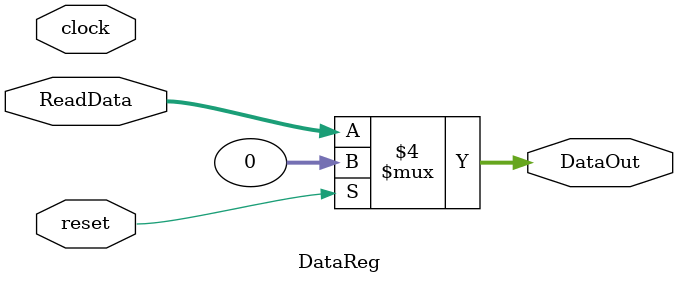
<source format=v>
`timescale 1ns / 1ps

module DataReg(DataOut, ReadData, clock, reset
    );
//OUTPUTS------------------------------
	output [31:0] DataOut;
//INPUTS-------------------------------
	input [31:0] ReadData;
	input clock, reset;
//OTHER--------------------------------
	reg [31:0] DataOut;
//CODE---------------------------------
	
	always @ (*) begin
	if (reset == 1) begin
		DataOut = 0;
	end
	else
		begin
		DataOut = ReadData;
		end
	end
endmodule

</source>
